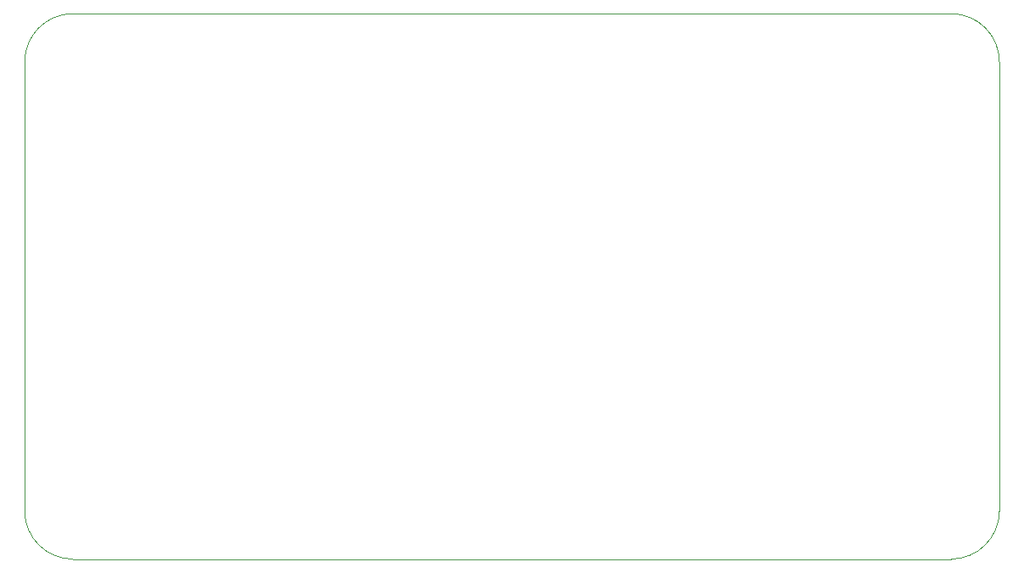
<source format=gbr>
%TF.GenerationSoftware,KiCad,Pcbnew,(5.1.6)-1*%
%TF.CreationDate,2020-11-29T15:45:25-05:00*%
%TF.ProjectId,MainMush,4d61696e-4d75-4736-982e-6b696361645f,rev?*%
%TF.SameCoordinates,Original*%
%TF.FileFunction,Profile,NP*%
%FSLAX46Y46*%
G04 Gerber Fmt 4.6, Leading zero omitted, Abs format (unit mm)*
G04 Created by KiCad (PCBNEW (5.1.6)-1) date 2020-11-29 15:45:25*
%MOMM*%
%LPD*%
G01*
G04 APERTURE LIST*
%TA.AperFunction,Profile*%
%ADD10C,0.050000*%
%TD*%
G04 APERTURE END LIST*
D10*
X91186000Y-134366000D02*
X178816000Y-134366000D01*
X91186000Y-79883000D02*
X178816000Y-79883000D01*
X86360000Y-129540000D02*
X86360000Y-84709000D01*
X183642000Y-84709000D02*
X183642000Y-129540000D01*
X183642000Y-129540000D02*
G75*
G02*
X178816000Y-134366000I-4826000J0D01*
G01*
X91186000Y-134366000D02*
G75*
G02*
X86360000Y-129540000I0J4826000D01*
G01*
X86360000Y-84709000D02*
G75*
G02*
X91186000Y-79883000I4826000J0D01*
G01*
X178816000Y-79883000D02*
G75*
G02*
X183642000Y-84709000I0J-4826000D01*
G01*
M02*

</source>
